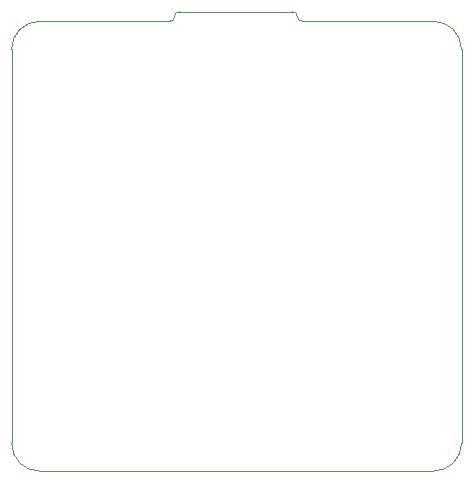
<source format=gbr>
G04 #@! TF.GenerationSoftware,KiCad,Pcbnew,(5.1.5-0-10_14)*
G04 #@! TF.CreationDate,2020-10-23T09:09:01-05:00*
G04 #@! TF.ProjectId,Generic_STM32_Keyboard,47656e65-7269-4635-9f53-544d33325f4b,rev?*
G04 #@! TF.SameCoordinates,Original*
G04 #@! TF.FileFunction,Profile,NP*
%FSLAX46Y46*%
G04 Gerber Fmt 4.6, Leading zero omitted, Abs format (unit mm)*
G04 Created by KiCad (PCBNEW (5.1.5-0-10_14)) date 2020-10-23 09:09:01*
%MOMM*%
%LPD*%
G04 APERTURE LIST*
%ADD10C,0.050000*%
G04 APERTURE END LIST*
D10*
X62700000Y-38100000D02*
X73818750Y-38100000D01*
X40481250Y-38100000D02*
X51500000Y-38100000D01*
X61900000Y-37300000D02*
X52300000Y-37300000D01*
X51500000Y-38100000D02*
G75*
G03X51900000Y-37700000I0J400000D01*
G01*
X52300000Y-37300000D02*
G75*
G03X51900000Y-37700000I0J-400000D01*
G01*
X62700000Y-38100000D02*
G75*
G02X62300000Y-37700000I0J400000D01*
G01*
X61900000Y-37300000D02*
G75*
G02X62300000Y-37700000I0J-400000D01*
G01*
X76200000Y-73818750D02*
X76200000Y-40481250D01*
X40481250Y-76200000D02*
X73818750Y-76200000D01*
X38100000Y-40481250D02*
X38100000Y-73818750D01*
X73818750Y-38100000D02*
G75*
G02X76200000Y-40481250I0J-2381250D01*
G01*
X76200000Y-73818750D02*
G75*
G02X73818750Y-76200000I-2381250J0D01*
G01*
X40481250Y-76200000D02*
G75*
G02X38100000Y-73818750I0J2381250D01*
G01*
X38100000Y-40481250D02*
G75*
G02X40481250Y-38100000I2381250J0D01*
G01*
M02*

</source>
